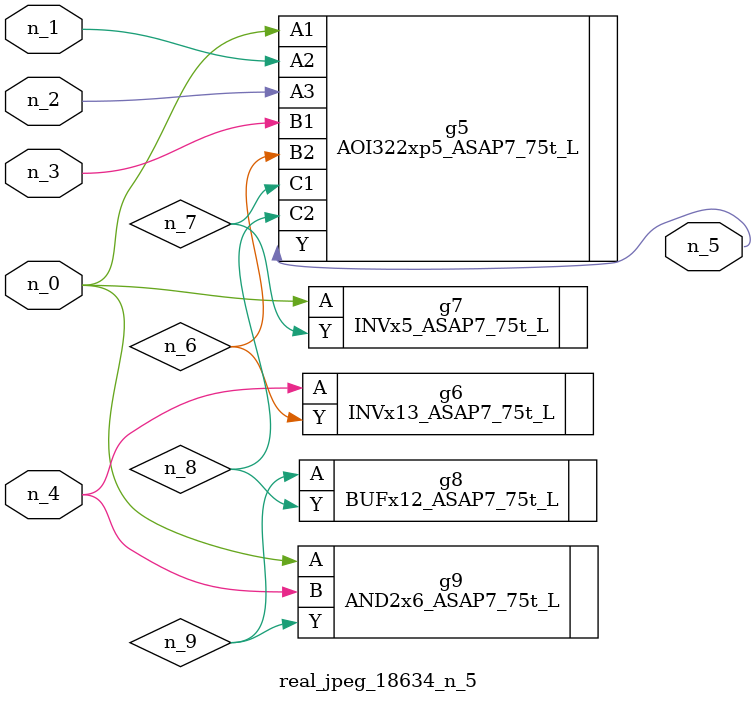
<source format=v>
module real_jpeg_18634_n_5 (n_4, n_0, n_1, n_2, n_3, n_5);

input n_4;
input n_0;
input n_1;
input n_2;
input n_3;

output n_5;

wire n_8;
wire n_6;
wire n_7;
wire n_9;

AOI322xp5_ASAP7_75t_L g5 ( 
.A1(n_0),
.A2(n_1),
.A3(n_2),
.B1(n_3),
.B2(n_6),
.C1(n_7),
.C2(n_8),
.Y(n_5)
);

INVx5_ASAP7_75t_L g7 ( 
.A(n_0),
.Y(n_7)
);

AND2x6_ASAP7_75t_L g9 ( 
.A(n_0),
.B(n_4),
.Y(n_9)
);

INVx13_ASAP7_75t_L g6 ( 
.A(n_4),
.Y(n_6)
);

BUFx12_ASAP7_75t_L g8 ( 
.A(n_9),
.Y(n_8)
);


endmodule
</source>
